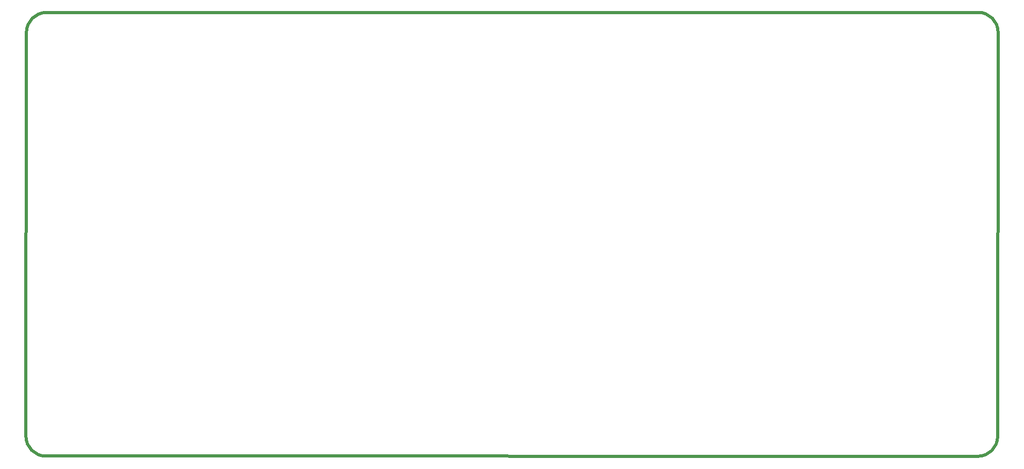
<source format=gbr>
%TF.GenerationSoftware,KiCad,Pcbnew,(7.0.0)*%
%TF.CreationDate,2023-11-24T18:14:14-05:00*%
%TF.ProjectId,C1,43312e6b-6963-4616-945f-706362585858,rev?*%
%TF.SameCoordinates,Original*%
%TF.FileFunction,Paste,Bot*%
%TF.FilePolarity,Positive*%
%FSLAX46Y46*%
G04 Gerber Fmt 4.6, Leading zero omitted, Abs format (unit mm)*
G04 Created by KiCad (PCBNEW (7.0.0)) date 2023-11-24 18:14:14*
%MOMM*%
%LPD*%
G01*
G04 APERTURE LIST*
%TA.AperFunction,Profile*%
%ADD10C,0.500000*%
%TD*%
G04 APERTURE END LIST*
D10*
X220304937Y-59760063D02*
X220304937Y-59760063D01*
G75*
G02*
X223479937Y-62935063I-37J-3175037D01*
G01*
X223410000Y-128140000D01*
G75*
G02*
X220235000Y-131315000I-3175000J0D01*
G01*
X70240000Y-131280000D01*
G75*
G02*
X67065000Y-128105000I0J3175000D01*
G01*
X67150064Y-62955064D01*
G75*
G02*
X70325064Y-59780064I3174996J4D01*
G01*
X161070000Y-59795000D01*
X220304937Y-59760063D01*
M02*

</source>
